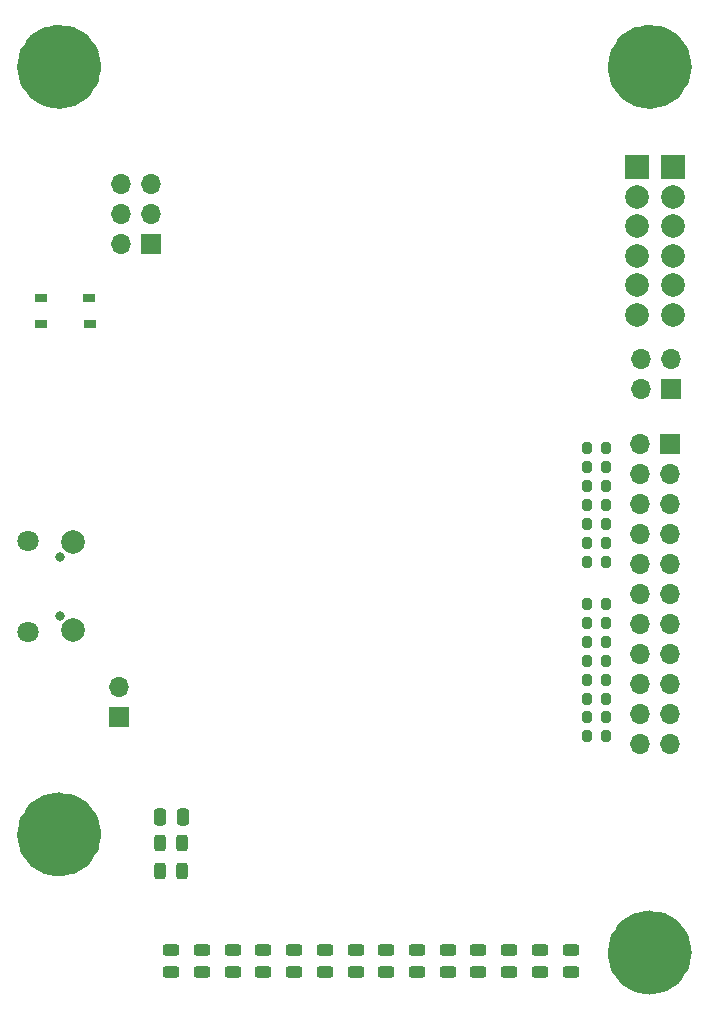
<source format=gbs>
%TF.GenerationSoftware,KiCad,Pcbnew,7.0.9*%
%TF.CreationDate,2025-04-01T16:19:29-06:00*%
%TF.ProjectId,Power_Supply_Brain,506f7765-725f-4537-9570-706c795f4272,rev?*%
%TF.SameCoordinates,Original*%
%TF.FileFunction,Soldermask,Bot*%
%TF.FilePolarity,Negative*%
%FSLAX46Y46*%
G04 Gerber Fmt 4.6, Leading zero omitted, Abs format (unit mm)*
G04 Created by KiCad (PCBNEW 7.0.9) date 2025-04-01 16:19:29*
%MOMM*%
%LPD*%
G01*
G04 APERTURE LIST*
G04 Aperture macros list*
%AMRoundRect*
0 Rectangle with rounded corners*
0 $1 Rounding radius*
0 $2 $3 $4 $5 $6 $7 $8 $9 X,Y pos of 4 corners*
0 Add a 4 corners polygon primitive as box body*
4,1,4,$2,$3,$4,$5,$6,$7,$8,$9,$2,$3,0*
0 Add four circle primitives for the rounded corners*
1,1,$1+$1,$2,$3*
1,1,$1+$1,$4,$5*
1,1,$1+$1,$6,$7*
1,1,$1+$1,$8,$9*
0 Add four rect primitives between the rounded corners*
20,1,$1+$1,$2,$3,$4,$5,0*
20,1,$1+$1,$4,$5,$6,$7,0*
20,1,$1+$1,$6,$7,$8,$9,0*
20,1,$1+$1,$8,$9,$2,$3,0*%
G04 Aperture macros list end*
%ADD10C,3.575000*%
%ADD11R,1.700000X1.700000*%
%ADD12O,1.700000X1.700000*%
%ADD13C,0.800000*%
%ADD14C,1.800000*%
%ADD15C,2.000000*%
%ADD16RoundRect,0.243750X-0.456250X0.243750X-0.456250X-0.243750X0.456250X-0.243750X0.456250X0.243750X0*%
%ADD17RoundRect,0.200000X0.200000X0.275000X-0.200000X0.275000X-0.200000X-0.275000X0.200000X-0.275000X0*%
%ADD18RoundRect,0.200000X-0.200000X-0.275000X0.200000X-0.275000X0.200000X0.275000X-0.200000X0.275000X0*%
%ADD19R,2.000000X2.000000*%
%ADD20R,1.050000X0.650000*%
%ADD21RoundRect,0.250000X-0.250000X-0.475000X0.250000X-0.475000X0.250000X0.475000X-0.250000X0.475000X0*%
%ADD22RoundRect,0.243750X0.243750X0.456250X-0.243750X0.456250X-0.243750X-0.456250X0.243750X-0.456250X0*%
G04 APERTURE END LIST*
D10*
X126287500Y-65500000D02*
G75*
G03*
X126287500Y-65500000I-1787500J0D01*
G01*
X176287500Y-140500000D02*
G75*
G03*
X176287500Y-140500000I-1787500J0D01*
G01*
X126287500Y-130500000D02*
G75*
G03*
X126287500Y-130500000I-1787500J0D01*
G01*
X176287500Y-65500000D02*
G75*
G03*
X176287500Y-65500000I-1787500J0D01*
G01*
D11*
%TO.C,J1*%
X132300000Y-80500000D03*
D12*
X129760000Y-80500000D03*
X132300000Y-77960000D03*
X129760000Y-77960000D03*
X132300000Y-75420000D03*
X129760000Y-75420000D03*
%TD*%
D13*
%TO.C,J3*%
X124600000Y-107000000D03*
X124600000Y-112000000D03*
D14*
X121850000Y-105625000D03*
D15*
X125650000Y-105775000D03*
X125650000Y-113225000D03*
D14*
X121850000Y-113375000D03*
%TD*%
D11*
%TO.C,J4*%
X129600000Y-120540000D03*
D12*
X129600000Y-118000000D03*
%TD*%
D16*
%TO.C,D14*%
X152200000Y-140262500D03*
X152200000Y-142137500D03*
%TD*%
D17*
%TO.C,R2*%
X170825000Y-107400000D03*
X169175000Y-107400000D03*
%TD*%
D18*
%TO.C,R8*%
X169175000Y-114200000D03*
X170825000Y-114200000D03*
%TD*%
D16*
%TO.C,D12*%
X147000000Y-140262500D03*
X147000000Y-142137500D03*
%TD*%
%TO.C,D7*%
X134000000Y-140262500D03*
X134000000Y-142137500D03*
%TD*%
D17*
%TO.C,R23*%
X170825000Y-104200000D03*
X169175000Y-104200000D03*
%TD*%
D16*
%TO.C,D9*%
X139200000Y-140262500D03*
X139200000Y-142137500D03*
%TD*%
D17*
%TO.C,R26*%
X170825000Y-102600000D03*
X169175000Y-102600000D03*
%TD*%
D18*
%TO.C,R10*%
X169175000Y-111000000D03*
X170825000Y-111000000D03*
%TD*%
D16*
%TO.C,D11*%
X144400000Y-140262500D03*
X144400000Y-142137500D03*
%TD*%
D11*
%TO.C,J2*%
X176275000Y-92775000D03*
D12*
X176275000Y-90235000D03*
X173735000Y-92775000D03*
X173735000Y-90235000D03*
%TD*%
D16*
%TO.C,D8*%
X136600000Y-140262500D03*
X136600000Y-142137500D03*
%TD*%
D17*
%TO.C,R6*%
X170825000Y-97800000D03*
X169175000Y-97800000D03*
%TD*%
D16*
%TO.C,D17*%
X160000000Y-140262500D03*
X160000000Y-142137500D03*
%TD*%
%TO.C,D19*%
X165200000Y-140262500D03*
X165200000Y-142137500D03*
%TD*%
%TO.C,D13*%
X149600000Y-140262500D03*
X149600000Y-142137500D03*
%TD*%
D17*
%TO.C,R3*%
X170825000Y-105800000D03*
X169175000Y-105800000D03*
%TD*%
D19*
%TO.C,J5*%
X176500000Y-74000000D03*
X173400000Y-74000000D03*
D15*
X176500000Y-76500000D03*
X173400000Y-76500000D03*
X176500000Y-79000000D03*
X173400000Y-79000000D03*
X176500000Y-81500000D03*
X173400000Y-81500000D03*
X176500000Y-84000000D03*
X173400000Y-84000000D03*
X176500000Y-86500000D03*
X173400000Y-86500000D03*
%TD*%
D16*
%TO.C,D15*%
X154800000Y-140262500D03*
X154800000Y-142137500D03*
%TD*%
D20*
%TO.C,SW1*%
X122925000Y-87275000D03*
X127075000Y-87275000D03*
X122925000Y-85125000D03*
X127050000Y-85125000D03*
%TD*%
D18*
%TO.C,R1*%
X169175000Y-99400000D03*
X170825000Y-99400000D03*
%TD*%
%TO.C,R9*%
X169175000Y-112600000D03*
X170825000Y-112600000D03*
%TD*%
%TO.C,R12*%
X169175000Y-122200000D03*
X170825000Y-122200000D03*
%TD*%
D21*
%TO.C,C26*%
X133050000Y-129000000D03*
X134950000Y-129000000D03*
%TD*%
D11*
%TO.C,J6*%
X176250000Y-97420000D03*
D12*
X173710000Y-97420000D03*
X176250000Y-99960000D03*
X173710000Y-99960000D03*
X176250000Y-102500000D03*
X173710000Y-102500000D03*
X176250000Y-105040000D03*
X173710000Y-105040000D03*
X176250000Y-107580000D03*
X173710000Y-107580000D03*
X176250000Y-110120000D03*
X173710000Y-110120000D03*
X176250000Y-112660000D03*
X173710000Y-112660000D03*
X176250000Y-115200000D03*
X173710000Y-115200000D03*
X176250000Y-117740000D03*
X173710000Y-117740000D03*
X176250000Y-120280000D03*
X173710000Y-120280000D03*
X176250000Y-122820000D03*
X173710000Y-122820000D03*
%TD*%
D17*
%TO.C,R22*%
X170825000Y-119000000D03*
X169175000Y-119000000D03*
%TD*%
D22*
%TO.C,D6*%
X134937500Y-133600000D03*
X133062500Y-133600000D03*
%TD*%
D16*
%TO.C,D10*%
X141800000Y-140262500D03*
X141800000Y-142137500D03*
%TD*%
D17*
%TO.C,R28*%
X170825000Y-101000000D03*
X169175000Y-101000000D03*
%TD*%
D16*
%TO.C,D18*%
X162600000Y-140262500D03*
X162600000Y-142137500D03*
%TD*%
%TO.C,D20*%
X167800000Y-140262500D03*
X167800000Y-142137500D03*
%TD*%
%TO.C,D16*%
X157400000Y-140262500D03*
X157400000Y-142137500D03*
%TD*%
D22*
%TO.C,D5*%
X134937500Y-131200000D03*
X133062500Y-131200000D03*
%TD*%
D17*
%TO.C,R7*%
X170825000Y-115800000D03*
X169175000Y-115800000D03*
%TD*%
D18*
%TO.C,R11*%
X169175000Y-120600000D03*
X170825000Y-120600000D03*
%TD*%
D17*
%TO.C,R17*%
X170825000Y-117400000D03*
X169175000Y-117400000D03*
%TD*%
M02*

</source>
